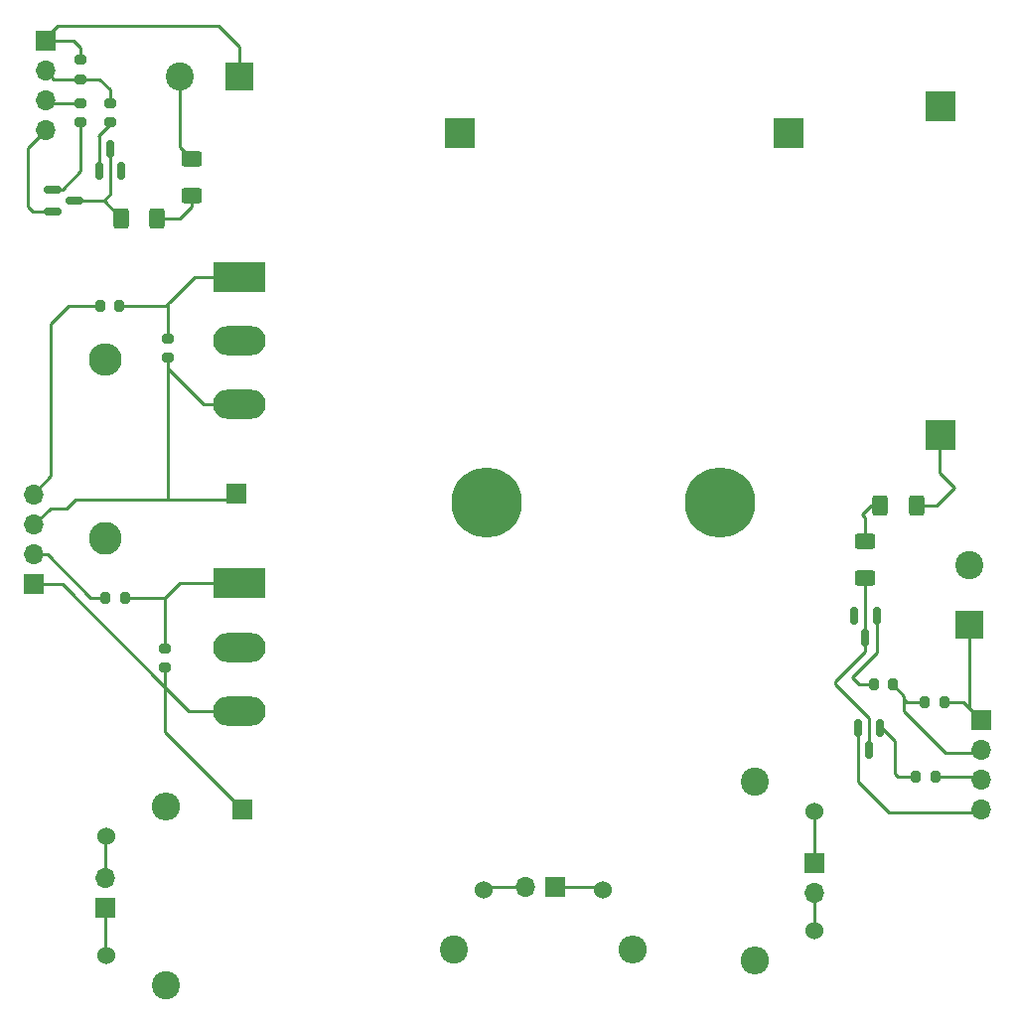
<source format=gbr>
%TF.GenerationSoftware,KiCad,Pcbnew,7.0.9*%
%TF.CreationDate,2023-12-08T23:47:41+01:00*%
%TF.ProjectId,SMPS_V1_power,534d5053-5f56-4315-9f70-6f7765722e6b,rev?*%
%TF.SameCoordinates,Original*%
%TF.FileFunction,Copper,L1,Top*%
%TF.FilePolarity,Positive*%
%FSLAX46Y46*%
G04 Gerber Fmt 4.6, Leading zero omitted, Abs format (unit mm)*
G04 Created by KiCad (PCBNEW 7.0.9) date 2023-12-08 23:47:41*
%MOMM*%
%LPD*%
G01*
G04 APERTURE LIST*
G04 Aperture macros list*
%AMRoundRect*
0 Rectangle with rounded corners*
0 $1 Rounding radius*
0 $2 $3 $4 $5 $6 $7 $8 $9 X,Y pos of 4 corners*
0 Add a 4 corners polygon primitive as box body*
4,1,4,$2,$3,$4,$5,$6,$7,$8,$9,$2,$3,0*
0 Add four circle primitives for the rounded corners*
1,1,$1+$1,$2,$3*
1,1,$1+$1,$4,$5*
1,1,$1+$1,$6,$7*
1,1,$1+$1,$8,$9*
0 Add four rect primitives between the rounded corners*
20,1,$1+$1,$2,$3,$4,$5,0*
20,1,$1+$1,$4,$5,$6,$7,0*
20,1,$1+$1,$6,$7,$8,$9,0*
20,1,$1+$1,$8,$9,$2,$3,0*%
G04 Aperture macros list end*
%TA.AperFunction,SMDPad,CuDef*%
%ADD10RoundRect,0.250000X-0.625000X0.400000X-0.625000X-0.400000X0.625000X-0.400000X0.625000X0.400000X0*%
%TD*%
%TA.AperFunction,ComponentPad*%
%ADD11R,1.700000X1.700000*%
%TD*%
%TA.AperFunction,ComponentPad*%
%ADD12C,2.400000*%
%TD*%
%TA.AperFunction,ComponentPad*%
%ADD13C,1.524000*%
%TD*%
%TA.AperFunction,ComponentPad*%
%ADD14O,2.400000X2.400000*%
%TD*%
%TA.AperFunction,SMDPad,CuDef*%
%ADD15RoundRect,0.200000X0.200000X0.275000X-0.200000X0.275000X-0.200000X-0.275000X0.200000X-0.275000X0*%
%TD*%
%TA.AperFunction,ComponentPad*%
%ADD16R,4.500000X2.500000*%
%TD*%
%TA.AperFunction,ComponentPad*%
%ADD17O,4.500000X2.500000*%
%TD*%
%TA.AperFunction,SMDPad,CuDef*%
%ADD18RoundRect,0.250000X0.400000X0.625000X-0.400000X0.625000X-0.400000X-0.625000X0.400000X-0.625000X0*%
%TD*%
%TA.AperFunction,ComponentPad*%
%ADD19R,2.500000X2.500000*%
%TD*%
%TA.AperFunction,SMDPad,CuDef*%
%ADD20RoundRect,0.150000X-0.150000X0.587500X-0.150000X-0.587500X0.150000X-0.587500X0.150000X0.587500X0*%
%TD*%
%TA.AperFunction,SMDPad,CuDef*%
%ADD21RoundRect,0.200000X-0.200000X-0.275000X0.200000X-0.275000X0.200000X0.275000X-0.200000X0.275000X0*%
%TD*%
%TA.AperFunction,ComponentPad*%
%ADD22O,1.700000X1.700000*%
%TD*%
%TA.AperFunction,ComponentPad*%
%ADD23R,2.400000X2.400000*%
%TD*%
%TA.AperFunction,SMDPad,CuDef*%
%ADD24RoundRect,0.200000X-0.275000X0.200000X-0.275000X-0.200000X0.275000X-0.200000X0.275000X0.200000X0*%
%TD*%
%TA.AperFunction,ComponentPad*%
%ADD25C,6.000000*%
%TD*%
%TA.AperFunction,SMDPad,CuDef*%
%ADD26RoundRect,0.150000X-0.587500X-0.150000X0.587500X-0.150000X0.587500X0.150000X-0.587500X0.150000X0*%
%TD*%
%TA.AperFunction,SMDPad,CuDef*%
%ADD27RoundRect,0.200000X0.275000X-0.200000X0.275000X0.200000X-0.275000X0.200000X-0.275000X-0.200000X0*%
%TD*%
%TA.AperFunction,SMDPad,CuDef*%
%ADD28RoundRect,0.150000X0.150000X-0.587500X0.150000X0.587500X-0.150000X0.587500X-0.150000X-0.587500X0*%
%TD*%
%TA.AperFunction,ComponentPad*%
%ADD29C,2.800000*%
%TD*%
%TA.AperFunction,ComponentPad*%
%ADD30O,2.800000X2.800000*%
%TD*%
%TA.AperFunction,Conductor*%
%ADD31C,0.250000*%
%TD*%
G04 APERTURE END LIST*
D10*
%TO.P,R5,1*%
%TO.N,V400_IN*%
X198000000Y-56450000D03*
%TO.P,R5,2*%
%TO.N,Net-(R5-Pad2)*%
X198000000Y-59550000D03*
%TD*%
D11*
%TO.P,J18,1,Pin_1*%
%TO.N,Net-(J18-Pin_1)*%
X202334000Y-111934000D03*
%TD*%
D12*
%TO.P,R15,1,1*%
%TO.N,GND_P*%
X195758500Y-126920000D03*
D13*
%TO.P,R15,2,2*%
%TO.N,Net-(J19-Pin_1)*%
X190678500Y-124380000D03*
%TO.P,R15,3,3*%
%TO.N,Net-(J19-Pin_2)*%
X190678500Y-114220000D03*
D14*
%TO.P,R15,4,4*%
%TO.N,Net-(J18-Pin_1)*%
X195758500Y-111680000D03*
%TD*%
D15*
%TO.P,R20,1*%
%TO.N,Net-(J22-Pin_2)*%
X257769000Y-101266000D03*
%TO.P,R20,2*%
%TO.N,Net-(Q5-E)*%
X256119000Y-101266000D03*
%TD*%
D16*
%TO.P,Q3,1,G*%
%TO.N,Net-(Q3-G)*%
X202080000Y-66490000D03*
D17*
%TO.P,Q3,2,D*%
%TO.N,V400_IN*%
X202080000Y-71940000D03*
%TO.P,Q3,3,S*%
%TO.N,Net-(J17-Pin_1)*%
X202080000Y-77390000D03*
%TD*%
D18*
%TO.P,R9,1*%
%TO.N,Net-(R5-Pad2)*%
X195050000Y-61500000D03*
%TO.P,R9,2*%
%TO.N,Net-(Q1-B)*%
X191950000Y-61500000D03*
%TD*%
D19*
%TO.P,C13,1*%
%TO.N,Out*%
X261800000Y-79990000D03*
%TO.P,C13,2*%
%TO.N,Out_G*%
X261800000Y-51990000D03*
%TD*%
D16*
%TO.P,Q4,1,G*%
%TO.N,Net-(Q4-G)*%
X202080000Y-92630000D03*
D17*
%TO.P,Q4,2,D*%
%TO.N,Net-(Q4-D)*%
X202080000Y-98080000D03*
%TO.P,Q4,3,S*%
%TO.N,Net-(J18-Pin_1)*%
X202080000Y-103530000D03*
%TD*%
D20*
%TO.P,Q6,1,E*%
%TO.N,Net-(Q6-E)*%
X256690000Y-104979000D03*
%TO.P,Q6,2,C*%
%TO.N,Net-(J22-Pin_4)*%
X254790000Y-104979000D03*
%TO.P,Q6,3,B*%
%TO.N,Net-(Q5-B)*%
X255740000Y-106854000D03*
%TD*%
D21*
%TO.P,R10,1*%
%TO.N,Net-(J24-Pin_4)*%
X190175000Y-69000000D03*
%TO.P,R10,2*%
%TO.N,Net-(Q3-G)*%
X191825000Y-69000000D03*
%TD*%
D11*
%TO.P,J19,1,Pin_1*%
%TO.N,Net-(J19-Pin_1)*%
X190650000Y-120316000D03*
D22*
%TO.P,J19,2,Pin_2*%
%TO.N,Net-(J19-Pin_2)*%
X190650000Y-117776000D03*
%TD*%
D18*
%TO.P,R17,1*%
%TO.N,Out*%
X259790000Y-86026000D03*
%TO.P,R17,2*%
%TO.N,Net-(R17-Pad2)*%
X256690000Y-86026000D03*
%TD*%
D21*
%TO.P,R11,1*%
%TO.N,Net-(J24-Pin_2)*%
X190650000Y-93900000D03*
%TO.P,R11,2*%
%TO.N,Net-(Q4-G)*%
X192300000Y-93900000D03*
%TD*%
D23*
%TO.P,J16,1,1*%
%TO.N,GND_P*%
X202080000Y-49450000D03*
D12*
%TO.P,J16,2,2*%
%TO.N,V400_IN*%
X197000000Y-49450000D03*
%TD*%
D24*
%TO.P,R6,1*%
%TO.N,Net-(J15-Pin_3)*%
X188500000Y-51675000D03*
%TO.P,R6,2*%
%TO.N,Net-(Q1-E)*%
X188500000Y-53325000D03*
%TD*%
D15*
%TO.P,R22,1*%
%TO.N,Net-(J22-Pin_3)*%
X261388000Y-109140000D03*
%TO.P,R22,2*%
%TO.N,Net-(Q6-E)*%
X259738000Y-109140000D03*
%TD*%
D20*
%TO.P,Q5,1,E*%
%TO.N,Net-(Q5-E)*%
X256370000Y-95424000D03*
%TO.P,Q5,2,C*%
%TO.N,unconnected-(Q5-C-Pad2)*%
X254470000Y-95424000D03*
%TO.P,Q5,3,B*%
%TO.N,Net-(Q5-B)*%
X255420000Y-97299000D03*
%TD*%
D25*
%TO.P,L1,1,1*%
%TO.N,Net-(L1-Pad1)*%
X223118000Y-85772000D03*
%TO.P,L1,2,2*%
%TO.N,Out*%
X243018000Y-85772000D03*
%TD*%
D10*
%TO.P,R18,1*%
%TO.N,Net-(R17-Pad2)*%
X255420000Y-89048000D03*
%TO.P,R18,2*%
%TO.N,Net-(Q5-B)*%
X255420000Y-92148000D03*
%TD*%
D12*
%TO.P,R16,1,1*%
%TO.N,Net-(Q4-D)*%
X220368000Y-123872000D03*
D13*
%TO.P,R16,2,2*%
%TO.N,Net-(J20-Pin_2)*%
X222908000Y-118792000D03*
%TO.P,R16,3,3*%
%TO.N,Net-(J20-Pin_1)*%
X233068000Y-118792000D03*
D14*
%TO.P,R16,4,4*%
%TO.N,Net-(L1-Pad1)*%
X235608000Y-123872000D03*
%TD*%
D26*
%TO.P,Q1,1,E*%
%TO.N,Net-(Q1-E)*%
X186125000Y-59050000D03*
%TO.P,Q1,2,C*%
%TO.N,Net-(J15-Pin_4)*%
X186125000Y-60950000D03*
%TO.P,Q1,3,B*%
%TO.N,Net-(Q1-B)*%
X188000000Y-60000000D03*
%TD*%
D27*
%TO.P,R12,1*%
%TO.N,Net-(J17-Pin_1)*%
X195984000Y-73389000D03*
%TO.P,R12,2*%
%TO.N,Net-(Q3-G)*%
X195984000Y-71739000D03*
%TD*%
D21*
%TO.P,R21,1*%
%TO.N,Net-(J22-Pin_2)*%
X260500000Y-102790000D03*
%TO.P,R21,2*%
%TO.N,Out_G*%
X262150000Y-102790000D03*
%TD*%
D11*
%TO.P,J22,1,Pin_1*%
%TO.N,Out_G*%
X265326000Y-104314000D03*
D22*
%TO.P,J22,2,Pin_2*%
%TO.N,Net-(J22-Pin_2)*%
X265326000Y-106854000D03*
%TO.P,J22,3,Pin_3*%
%TO.N,Net-(J22-Pin_3)*%
X265326000Y-109394000D03*
%TO.P,J22,4,Pin_4*%
%TO.N,Net-(J22-Pin_4)*%
X265326000Y-111934000D03*
%TD*%
D27*
%TO.P,R7,1*%
%TO.N,Net-(J15-Pin_2)*%
X188500000Y-49650000D03*
%TO.P,R7,2*%
%TO.N,GND_P*%
X188500000Y-48000000D03*
%TD*%
D19*
%TO.P,C12,1*%
%TO.N,V400_IN*%
X220846000Y-54276000D03*
%TO.P,C12,2*%
%TO.N,GND_P*%
X248846000Y-54276000D03*
%TD*%
D11*
%TO.P,J15,1,Pin_1*%
%TO.N,GND_P*%
X185500000Y-46380000D03*
D22*
%TO.P,J15,2,Pin_2*%
%TO.N,Net-(J15-Pin_2)*%
X185500000Y-48920000D03*
%TO.P,J15,3,Pin_3*%
%TO.N,Net-(J15-Pin_3)*%
X185500000Y-51460000D03*
%TO.P,J15,4,Pin_4*%
%TO.N,Net-(J15-Pin_4)*%
X185500000Y-54000000D03*
%TD*%
D11*
%TO.P,J17,1,Pin_1*%
%TO.N,Net-(J17-Pin_1)*%
X201826000Y-85010000D03*
%TD*%
D23*
%TO.P,J23,1,1*%
%TO.N,Out_G*%
X264264500Y-96186000D03*
D12*
%TO.P,J23,2,2*%
%TO.N,Out*%
X264264500Y-91106000D03*
%TD*%
D11*
%TO.P,J21,1,Pin_1*%
%TO.N,Net-(J21-Pin_1)*%
X251102000Y-116500000D03*
D22*
%TO.P,J21,2,Pin_2*%
%TO.N,Net-(J21-Pin_2)*%
X251102000Y-119040000D03*
%TD*%
D27*
%TO.P,R14,1*%
%TO.N,Net-(J18-Pin_1)*%
X195730000Y-99805000D03*
%TO.P,R14,2*%
%TO.N,Net-(Q4-G)*%
X195730000Y-98155000D03*
%TD*%
D28*
%TO.P,Q2,1,E*%
%TO.N,Net-(Q2-E)*%
X190100000Y-57500000D03*
%TO.P,Q2,2,C*%
%TO.N,unconnected-(Q2-C-Pad2)*%
X192000000Y-57500000D03*
%TO.P,Q2,3,B*%
%TO.N,Net-(Q1-B)*%
X191050000Y-55625000D03*
%TD*%
D29*
%TO.P,R13,1*%
%TO.N,Net-(Q4-D)*%
X190650000Y-88820000D03*
D30*
%TO.P,R13,2*%
%TO.N,Net-(J17-Pin_1)*%
X190650000Y-73580000D03*
%TD*%
D24*
%TO.P,R8,1*%
%TO.N,Net-(J15-Pin_2)*%
X191000000Y-51675000D03*
%TO.P,R8,2*%
%TO.N,Net-(Q2-E)*%
X191000000Y-53325000D03*
%TD*%
D12*
%TO.P,R19,1,1*%
%TO.N,Out_G*%
X246022000Y-109500000D03*
D13*
%TO.P,R19,2,2*%
%TO.N,Net-(J21-Pin_1)*%
X251102000Y-112040000D03*
%TO.P,R19,3,3*%
%TO.N,Net-(J21-Pin_2)*%
X251102000Y-122200000D03*
D14*
%TO.P,R19,4,4*%
%TO.N,GND_P*%
X246022000Y-124740000D03*
%TD*%
D11*
%TO.P,J20,1,Pin_1*%
%TO.N,Net-(J20-Pin_1)*%
X229004000Y-118538000D03*
D22*
%TO.P,J20,2,Pin_2*%
%TO.N,Net-(J20-Pin_2)*%
X226464000Y-118538000D03*
%TD*%
D11*
%TO.P,J24,1,Pin_1*%
%TO.N,Net-(J18-Pin_1)*%
X184554000Y-92731600D03*
D22*
%TO.P,J24,2,Pin_2*%
%TO.N,Net-(J24-Pin_2)*%
X184554000Y-90191600D03*
%TO.P,J24,3,Pin_3*%
%TO.N,Net-(J17-Pin_1)*%
X184554000Y-87651600D03*
%TO.P,J24,4,Pin_4*%
%TO.N,Net-(J24-Pin_4)*%
X184554000Y-85111600D03*
%TD*%
D31*
%TO.N,Out*%
X261770000Y-83232000D02*
X261770000Y-79990000D01*
X259790000Y-86026000D02*
X261516000Y-86026000D01*
X263040000Y-84502000D02*
X261770000Y-83232000D01*
X261516000Y-86026000D02*
X263040000Y-84502000D01*
%TO.N,Out_G*%
X264264500Y-96186000D02*
X264264500Y-103252500D01*
X262150000Y-102790000D02*
X263802000Y-102790000D01*
X264264500Y-103252500D02*
X265326000Y-104314000D01*
X263802000Y-102790000D02*
X265326000Y-104314000D01*
%TO.N,V400_IN*%
X197000000Y-55450000D02*
X198000000Y-56450000D01*
X197000000Y-49450000D02*
X197000000Y-55450000D01*
%TO.N,GND_P*%
X188500000Y-48000000D02*
X188500000Y-47000000D01*
X186586000Y-45132000D02*
X200302000Y-45132000D01*
X185570000Y-46148000D02*
X186586000Y-45132000D01*
X188500000Y-47000000D02*
X187880000Y-46380000D01*
X200302000Y-45132000D02*
X202080000Y-46910000D01*
X202080000Y-46910000D02*
X202080000Y-49450000D01*
X187880000Y-46380000D02*
X185500000Y-46380000D01*
%TO.N,Net-(Q5-E)*%
X254912000Y-101266000D02*
X256119000Y-101266000D01*
X256436000Y-98535000D02*
X254308500Y-100662500D01*
X254308500Y-100662500D02*
X254912000Y-101266000D01*
X256436000Y-95924000D02*
X256436000Y-98535000D01*
%TO.N,Net-(Q5-B)*%
X252880000Y-101266000D02*
X255740000Y-104126000D01*
X255420000Y-97299000D02*
X255420000Y-98472000D01*
X252880000Y-101012000D02*
X252880000Y-101266000D01*
X255420000Y-92148000D02*
X255420000Y-97299000D01*
X255740000Y-104126000D02*
X255740000Y-106854000D01*
X255420000Y-98472000D02*
X252880000Y-101012000D01*
%TO.N,Net-(Q6-E)*%
X257960000Y-108886000D02*
X258214000Y-109140000D01*
X256847000Y-104979000D02*
X257960000Y-106092000D01*
X256690000Y-104979000D02*
X256847000Y-104979000D01*
X257960000Y-106092000D02*
X257960000Y-108886000D01*
X258214000Y-109140000D02*
X259738000Y-109140000D01*
%TO.N,Net-(J18-Pin_1)*%
X202334000Y-111934000D02*
X195730000Y-105330000D01*
X195730000Y-101520000D02*
X197740000Y-103530000D01*
X195730000Y-99805000D02*
X195730000Y-101520000D01*
X186941600Y-92731600D02*
X195730000Y-101520000D01*
X195730000Y-105330000D02*
X195730000Y-101520000D01*
X184554000Y-92731600D02*
X186941600Y-92731600D01*
X197740000Y-103530000D02*
X202080000Y-103530000D01*
%TO.N,Net-(J17-Pin_1)*%
X195984000Y-74342000D02*
X199032000Y-77390000D01*
X188110000Y-85518000D02*
X187348000Y-86280000D01*
X185925600Y-86280000D02*
X184554000Y-87651600D01*
X195984000Y-73389000D02*
X195984000Y-74088000D01*
X195984000Y-74088000D02*
X195984000Y-85518000D01*
X187348000Y-86280000D02*
X185925600Y-86280000D01*
X195984000Y-74088000D02*
X195984000Y-74342000D01*
X199032000Y-77390000D02*
X202080000Y-77390000D01*
X195984000Y-85518000D02*
X188110000Y-85518000D01*
X201318000Y-85518000D02*
X195984000Y-85518000D01*
X201826000Y-85010000D02*
X201318000Y-85518000D01*
%TO.N,Net-(J19-Pin_1)*%
X190650000Y-120316000D02*
X190650000Y-124380000D01*
%TO.N,Net-(J19-Pin_2)*%
X190650000Y-114220000D02*
X190650000Y-117776000D01*
%TO.N,Net-(J15-Pin_2)*%
X188500000Y-49650000D02*
X186230000Y-49650000D01*
X190150000Y-49650000D02*
X188500000Y-49650000D01*
X191000000Y-50500000D02*
X190150000Y-49650000D01*
X191000000Y-51675000D02*
X191000000Y-50500000D01*
X186230000Y-49650000D02*
X185500000Y-48920000D01*
%TO.N,Net-(J15-Pin_3)*%
X188500000Y-51675000D02*
X185715000Y-51675000D01*
X185715000Y-51675000D02*
X185500000Y-51460000D01*
%TO.N,Net-(J15-Pin_4)*%
X186125000Y-60950000D02*
X184450000Y-60950000D01*
X184000000Y-55500000D02*
X185500000Y-54000000D01*
X184000000Y-60500000D02*
X184000000Y-55500000D01*
X184450000Y-60950000D02*
X184000000Y-60500000D01*
%TO.N,Net-(J20-Pin_1)*%
X229004000Y-118538000D02*
X232814000Y-118538000D01*
X232814000Y-118538000D02*
X233068000Y-118792000D01*
%TO.N,Net-(J20-Pin_2)*%
X223162000Y-118538000D02*
X222908000Y-118792000D01*
X226464000Y-118538000D02*
X223162000Y-118538000D01*
%TO.N,Net-(J21-Pin_1)*%
X251102000Y-116500000D02*
X251102000Y-112040000D01*
X251102000Y-112696000D02*
X251102000Y-115998000D01*
%TO.N,Net-(J21-Pin_2)*%
X251102000Y-122856000D02*
X251102000Y-118538000D01*
X251102000Y-119040000D02*
X251102000Y-122200000D01*
%TO.N,Net-(J22-Pin_4)*%
X257452000Y-112188000D02*
X265072000Y-112188000D01*
X265072000Y-112188000D02*
X265326000Y-111934000D01*
X254790000Y-104979000D02*
X254790000Y-109526000D01*
X254790000Y-109526000D02*
X257452000Y-112188000D01*
%TO.N,Net-(J22-Pin_3)*%
X261388000Y-109140000D02*
X265072000Y-109140000D01*
X265072000Y-109140000D02*
X265326000Y-109394000D01*
%TO.N,Net-(J22-Pin_2)*%
X262278000Y-107108000D02*
X258722000Y-103552000D01*
X260500000Y-102790000D02*
X258976000Y-102790000D01*
X265326000Y-106854000D02*
X265072000Y-107108000D01*
X258722000Y-102219000D02*
X258722000Y-102536000D01*
X265072000Y-107108000D02*
X262278000Y-107108000D01*
X257769000Y-101266000D02*
X258722000Y-102219000D01*
X258976000Y-102790000D02*
X258722000Y-102536000D01*
X258722000Y-103552000D02*
X258722000Y-102536000D01*
%TO.N,Net-(J24-Pin_4)*%
X190175000Y-69000000D02*
X187500000Y-69000000D01*
X186000000Y-70500000D02*
X186000000Y-83500000D01*
X186000000Y-83500000D02*
X184490000Y-85010000D01*
X187500000Y-69000000D02*
X186000000Y-70500000D01*
%TO.N,Net-(J24-Pin_2)*%
X190650000Y-93900000D02*
X189380000Y-93900000D01*
X189380000Y-93900000D02*
X185671600Y-90191600D01*
X185671600Y-90191600D02*
X184554000Y-90191600D01*
%TO.N,Net-(Q1-E)*%
X186125000Y-59050000D02*
X186950000Y-59050000D01*
X188500000Y-57500000D02*
X188500000Y-53325000D01*
X186950000Y-59050000D02*
X188500000Y-57500000D01*
%TO.N,Net-(Q1-B)*%
X190500000Y-60000000D02*
X188000000Y-60000000D01*
X191050000Y-59450000D02*
X190500000Y-60000000D01*
X190500000Y-60050000D02*
X190500000Y-60000000D01*
X191950000Y-61500000D02*
X190500000Y-60050000D01*
X191050000Y-55625000D02*
X191050000Y-59450000D01*
%TO.N,Net-(Q2-E)*%
X191000000Y-53500000D02*
X191000000Y-53325000D01*
X190000000Y-54500000D02*
X191000000Y-53500000D01*
X190100000Y-57500000D02*
X190100000Y-54600000D01*
X190100000Y-54600000D02*
X190000000Y-54500000D01*
%TO.N,Net-(Q3-G)*%
X198248000Y-66490000D02*
X196119000Y-68619000D01*
X195738000Y-69000000D02*
X196119000Y-68619000D01*
X202080000Y-66490000D02*
X198248000Y-66490000D01*
X195984000Y-68754000D02*
X195984000Y-71739000D01*
X196119000Y-68619000D02*
X195984000Y-68754000D01*
X191825000Y-69000000D02*
X195738000Y-69000000D01*
%TO.N,Net-(Q4-G)*%
X192300000Y-93900000D02*
X195730000Y-93900000D01*
X195730000Y-93900000D02*
X195730000Y-98155000D01*
X202080000Y-92630000D02*
X197000000Y-92630000D01*
X197000000Y-92630000D02*
X195730000Y-93900000D01*
%TO.N,Net-(R5-Pad2)*%
X198000000Y-60500000D02*
X197000000Y-61500000D01*
X198000000Y-59550000D02*
X198000000Y-60500000D01*
X197000000Y-61500000D02*
X195050000Y-61500000D01*
%TO.N,Net-(R17-Pad2)*%
X255928000Y-86026000D02*
X255166000Y-86788000D01*
X256690000Y-86026000D02*
X255928000Y-86026000D01*
X255166000Y-86788000D02*
X255420000Y-87042000D01*
X255420000Y-87042000D02*
X255420000Y-89048000D01*
%TD*%
M02*

</source>
